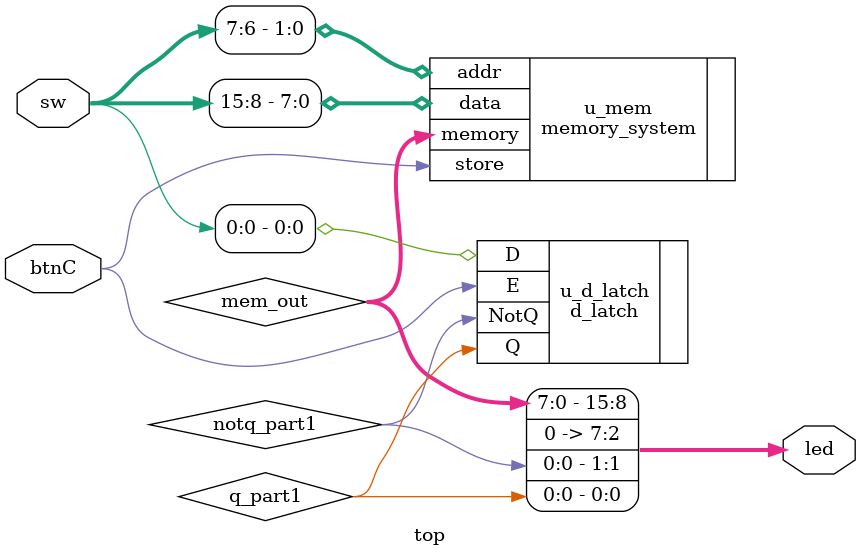
<source format=v>
module top(
    input  wire [15:0] sw,
    input  wire        btnC,
    output wire [15:0] led
);
    wire q_part1, notq_part1;
    wire [7:0] mem_out;

    // Part 1: D-Latch
    d_latch u_d_latch (
        .D(sw[0]),
        .E(btnC),
        .Q(q_part1),
        .NotQ(notq_part1)
    );

    // Part 2: 4-byte memory
    memory_system u_mem (
        .data(sw[15:8]),
        .store(btnC),
        .addr(sw[7:6]),
        .memory(mem_out)
    );

    // LED mapping
    assign led[0]    = q_part1;
    assign led[1]    = notq_part1;
    assign led[7:2]  = 6'b0;
    assign led[15:8] = mem_out;
endmodule
</source>
